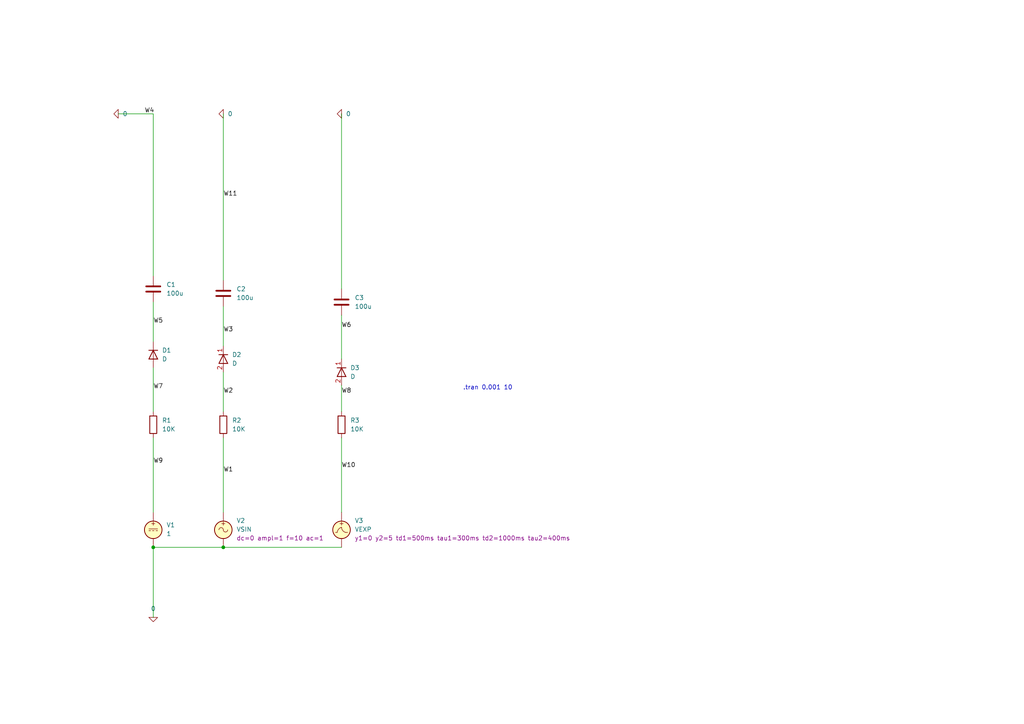
<source format=kicad_sch>
(kicad_sch (version 20250114) (generator "eeschema") (generator_version "9.0")
  (paper "A4")
  (lib_symbols
    (symbol "Device:C" (pin_numbers (hide yes)) (pin_names (offset 0.254))
      (property "Reference" "C" (at 0.635 2.54 0))
      (property "Value" "C" (at 0.635 -2.54 0))
      (symbol "C_0_1"
        (polyline (pts (xy -2.032 0.762) (xy 2.032 0.762)) (stroke (width 0.508)))
        (polyline (pts (xy -2.032 -0.762) (xy 2.032 -0.762)) (stroke (width 0.508)))
      )
      (symbol "C_1_1"
        (pin passive line (at 0 3.81 270) (length 2.794) (name "~") (number "1"))
        (pin passive line (at 0 -3.81 90) (length 2.794) (name "~") (number "2"))
      )
    )
    (symbol "Device:D" (pin_numbers (hide yes)) (pin_names (offset 1.016) (hide yes))
      (property "Reference" "D" (at 0 2.54 0))
      (property "Value" "D" (at 0 -2.54 0))
      (symbol "D_0_1"
        (polyline (pts (xy -1.27 1.27) (xy -1.27 -1.27)) (stroke (width 0.254)))
        (polyline (pts (xy 1.27 1.27) (xy 1.27 -1.27) (xy -1.27 0) (xy 1.27 1.27)) (stroke (width 0.254)))
        (polyline (pts (xy 1.27 0) (xy -1.27 0)))
      )
      (symbol "D_1_1"
        (pin passive line (at -3.81 0 0) (length 2.54) (name "K") (number "1"))
        (pin passive line (at 3.81 0 180) (length 2.54) (name "A") (number "2"))
      )
    )
    (symbol "Device:R" (pin_numbers (hide yes)) (pin_names (offset 0))
      (property "Reference" "R" (at 2.032 0 90))
      (property "Value" "R" (at 0 0 90))
      (symbol "R_0_1"
        (rectangle (start -1.016 -2.54) (end 1.016 2.54) (stroke (width 0.254)))
      )
      (symbol "R_1_1"
        (pin passive line (at 0 3.81 270) (length 1.27) (name "~") (number "1"))
        (pin passive line (at 0 -3.81 90) (length 1.27) (name "~") (number "2"))
      )
    )
    (symbol "Simulation_SPICE:0" (power) (pin_numbers (hide yes)) (pin_names (offset 0) (hide yes))
      (property "Value" "0" (at 0 -2.54 0))
      (symbol "0_0_1"
        (polyline (pts (xy -1.27 0) (xy 0 -1.27) (xy 1.27 0) (xy -1.27 0)))
      )
      (symbol "0_1_1"
        (pin power_in line (at 0 0 0) (length 0) (name "~") (number "1"))
      )
    )
    (symbol "Simulation_SPICE:D" (pin_names (offset 1.016) (hide yes))
      (property "Reference" "D" (at 0 2.54 0))
      (property "Value" "D" (at 0 -2.54 0))
      (symbol "D_0_1"
        (polyline (pts (xy -1.27 1.27) (xy -1.27 -1.27)) (stroke (width 0.254)))
        (polyline (pts (xy 1.27 1.27) (xy 1.27 -1.27) (xy -1.27 0) (xy 1.27 1.27)) (stroke (width 0.254)))
        (polyline (pts (xy 1.27 0) (xy -1.27 0)))
      )
      (symbol "D_1_1"
        (pin passive line (at -3.81 0 0) (length 2.54) (name "K") (number "1"))
        (pin passive line (at 3.81 0 180) (length 2.54) (name "A") (number "2"))
      )
    )
    (symbol "Simulation_SPICE:VDC" (pin_numbers (hide yes)) (pin_names (offset 0.0254))
      (property "Reference" "V" (at 2.54 2.54 0))
      (property "Value" "1" (at 2.54 0 0))
      (symbol "VDC_0_0"
        (polyline (pts (xy -1.27 0.254) (xy 1.27 0.254)))
        (polyline (pts (xy -0.762 -0.254) (xy -1.27 -0.254)))
        (polyline (pts (xy 0.254 -0.254) (xy -0.254 -0.254)))
        (polyline (pts (xy 1.27 -0.254) (xy 0.762 -0.254)))
        (text "+" (at 0 1.905 0) (effects (font (size 1.27 1.27))))
      )
      (symbol "VDC_0_1"
        (circle (center 0 0) (radius 2.54) (stroke (width 0.254)) (fill (type background)))
      )
      (symbol "VDC_1_1"
        (pin passive line (at 0 5.08 270) (length 2.54) (name "~") (number "1"))
        (pin passive line (at 0 -5.08 90) (length 2.54) (name "~") (number "2"))
      )
    )
    (symbol "Simulation_SPICE:VEXP" (pin_numbers (hide yes)) (pin_names (offset 0.0254))
      (property "Reference" "V" (at 2.54 2.54 0))
      (property "Value" "VEXP" (at 2.54 0 0))
      (property "Sim.Params" "y1=0 y2=1 td1=2n tau1=30n td2=60n tau2=40n" (at 2.54 -2.54 0))
      (symbol "VEXP_0_0"
        (polyline (pts (xy -1.27 -0.762) (xy -1.778 -0.762)))
        (arc (start -1.27 -0.762) (mid -0.8506 0.1796) (end 0 0.762))
        (polyline (pts (xy 1.27 -0.762) (xy 1.778 -0.762)))
        (arc (start 1.27 -0.762) (mid 0.3591 -0.2299) (end 0 0.762))
        (text "+" (at 0 1.905 0) (effects (font (size 1.27 1.27))))
      )
      (symbol "VEXP_0_1"
        (circle (center 0 0) (radius 2.54) (stroke (width 0.254)) (fill (type background)))
      )
      (symbol "VEXP_1_1"
        (pin passive line (at 0 5.08 270) (length 2.54) (name "~") (number "1"))
        (pin passive line (at 0 -5.08 90) (length 2.54) (name "~") (number "2"))
      )
    )
    (symbol "Simulation_SPICE:VSIN" (pin_numbers (hide yes)) (pin_names (offset 0.0254))
      (property "Reference" "V" (at 2.54 2.54 0))
      (property "Value" "VSIN" (at 2.54 0 0))
      (property "Sim.Params" "dc=0 ampl=1 f=1k ac=1" (at 2.54 -2.54 0))
      (symbol "VSIN_0_0"
        (arc (start -1.27 0) (mid -0.635 0.6323) (end 0 0))
        (arc (start 1.27 0) (mid 0.635 -0.6323) (end 0 0))
        (text "+" (at 0 1.905 0) (effects (font (size 1.27 1.27))))
      )
      (symbol "VSIN_0_1"
        (circle (center 0 0) (radius 2.54) (stroke (width 0.254)) (fill (type background)))
      )
      (symbol "VSIN_1_1"
        (pin passive line (at 0 5.08 270) (length 2.54) (name "~") (number "1"))
        (pin passive line (at 0 -5.08 90) (length 2.54) (name "~") (number "2"))
      )
    )
  )
  (text ".tran 0.001 10" (at 141.478 112.522 0) (effects (font (size 1.27 1.27))))
  (junction (at 44.45 158.75))
  (junction (at 64.77 158.75))
  (wire (pts (xy 64.77 119.38) (xy 64.77 107.95)))
  (wire (pts (xy 99.06 148.59) (xy 99.06 127)))
  (wire (pts (xy 44.45 158.75) (xy 44.45 179.07)))
  (wire (pts (xy 44.45 87.63) (xy 44.45 99.06)))
  (wire (pts (xy 99.06 91.44) (xy 99.06 104.14)))
  (wire (pts (xy 99.06 158.75) (xy 64.77 158.75)))
  (wire (pts (xy 64.77 33.02) (xy 64.77 81.28)))
  (wire (pts (xy 99.06 111.76) (xy 99.06 119.38)))
  (wire (pts (xy 34.29 33.02) (xy 44.45 33.02)))
  (wire (pts (xy 64.77 158.75) (xy 44.45 158.75)))
  (wire (pts (xy 99.06 83.82) (xy 99.06 33.02)))
  (wire (pts (xy 44.45 106.68) (xy 44.45 119.38)))
  (wire (pts (xy 64.77 100.33) (xy 64.77 88.9)))
  (wire (pts (xy 44.45 127) (xy 44.45 148.59)))
  (wire (pts (xy 64.77 148.59) (xy 64.77 127)))
  (wire (pts (xy 44.45 33.02) (xy 44.45 80.01)))
  (label "W2" (at 64.77 114.3 0))
  (label "W10" (at 99.06 135.89 0))
  (label "W11" (at 64.77 57.15 0))
  (label "W4" (at 41.91 33.02 0))
  (label "W5" (at 44.45 93.98 0))
  (label "W1" (at 64.77 137.16 0))
  (label "W8" (at 99.06 114.3 0))
  (label "W3" (at 64.77 96.52 0))
  (label "W6" (at 99.06 95.25 0))
  (label "W7" (at 44.45 113.03 0))
  (label "W9" (at 44.45 134.62 0))
  (symbol (lib_id "Device:C") (at 99.06 87.63 0) (unit 1)
    (property "Reference" "C3" (at 102.87 86.3599 0) (effects (justify left)))
    (property "Value" "100u" (at 102.87 88.8999 0) (effects (justify left)))
    (property "Description" "Unpolarized capacitor" (effects (hide yes)))
  )
  (symbol (lib_id "Simulation_SPICE:0") (at 64.77 33.02 270) (unit 1)
    (property "Reference" "#GND03" (effects (hide yes)))
    (property "Value" "0" (at 66.04 33.0199 90) (effects (justify left)))
    (property "Datasheet" "https://ngspice.sourceforge.io/docs/ngspice-html-manual/manual.xhtml#subsec_Circuit_elements__device" (effects (hide yes)))
    (property "Description" "0V reference potential for simulation" (effects (hide yes)))
  )
  (symbol (lib_id "Simulation_SPICE:0") (at 44.45 179.07 0) (unit 1)
    (property "Reference" "#GND02" (effects (hide yes)))
    (property "Value" "0" (at 44.45 176.53 0))
    (property "Datasheet" "https://ngspice.sourceforge.io/docs/ngspice-html-manual/manual.xhtml#subsec_Circuit_elements__device" (effects (hide yes)))
    (property "Description" "0V reference potential for simulation" (effects (hide yes)))
  )
  (symbol (lib_id "Device:R") (at 99.06 123.19 0) (unit 1)
    (property "Reference" "R3" (at 101.6 121.9199 0) (effects (justify left)))
    (property "Value" "10K" (at 101.6 124.4599 0) (effects (justify left)))
    (property "Description" "Resistor" (effects (hide yes)))
  )
  (symbol (lib_id "Device:C") (at 64.77 85.09 0) (unit 1)
    (property "Reference" "C2" (at 68.58 83.8199 0) (effects (justify left)))
    (property "Value" "100u" (at 68.58 86.3599 0) (effects (justify left)))
    (property "Description" "Unpolarized capacitor" (effects (hide yes)))
  )
  (symbol (lib_id "Device:C") (at 44.45 83.82 0) (unit 1)
    (property "Reference" "C1" (at 48.26 82.5499 0) (effects (justify left)))
    (property "Value" "100u" (at 48.26 85.0899 0) (effects (justify left)))
    (property "Description" "Unpolarized capacitor" (effects (hide yes)))
  )
  (symbol (lib_id "Device:D") (at 44.45 102.87 270) (unit 1)
    (property "Reference" "D1" (at 46.99 101.5999 90) (effects (justify left)))
    (property "Value" "D" (at 46.99 104.1399 90) (effects (justify left)))
    (property "Description" "Diode" (effects (hide yes)))
    (property "Sim.Device" "D" (effects (hide yes)))
    (property "Sim.Pins" "1=K 2=A" (effects (hide yes)))
  )
  (symbol (lib_id "Simulation_SPICE:D") (at 64.77 104.14 270) (unit 1)
    (property "Reference" "D2" (at 67.31 102.8699 90) (effects (justify left)))
    (property "Value" "D" (at 67.31 105.4099 90) (effects (justify left)))
    (property "Datasheet" "https://ngspice.sourceforge.io/docs/ngspice-html-manual/manual.xhtml#cha_DIODEs" (effects (hide yes)))
    (property "Description" "Diode for simulation or PCB" (effects (hide yes)))
    (property "Sim.Device" "D" (effects (hide yes)))
    (property "Sim.Pins" "1=K 2=A" (effects (hide yes)))
    (property "Sim.Params" "rs=50m cjo=10p" (effects (hide yes)))
  )
  (symbol (lib_id "Simulation_SPICE:0") (at 34.29 33.02 270) (unit 1)
    (property "Reference" "#GND01" (effects (hide yes)))
    (property "Value" "0" (at 35.56 33.0199 90) (effects (justify left)))
    (property "Datasheet" "https://ngspice.sourceforge.io/docs/ngspice-html-manual/manual.xhtml#subsec_Circuit_elements__device" (effects (hide yes)))
    (property "Description" "0V reference potential for simulation" (effects (hide yes)))
  )
  (symbol (lib_id "Simulation_SPICE:VSIN") (at 64.77 153.67 0) (unit 1)
    (property "Reference" "V2" (at 68.58 151.0001 0) (effects (justify left)))
    (property "Value" "VSIN" (at 68.58 153.5401 0) (effects (justify left)))
    (property "Datasheet" "https://ngspice.sourceforge.io/docs/ngspice-html-manual/manual.xhtml#sec_Independent_Sources_for" (effects (hide yes)))
    (property "Description" "Voltage source, sinusoidal" (effects (hide yes)))
    (property "Sim.Pins" "1=+ 2=-" (effects (hide yes)))
    (property "Sim.Params" "dc=0 ampl=1 f=10 ac=1" (at 68.58 156.0801 0) (effects (justify left)))
    (property "Sim.Type" "SIN" (effects (hide yes)))
    (property "Sim.Device" "V" (effects (hide yes)))
  )
  (symbol (lib_id "Simulation_SPICE:D") (at 99.06 107.95 270) (unit 1)
    (property "Reference" "D3" (at 101.6 106.6799 90) (effects (justify left)))
    (property "Value" "D" (at 101.6 109.2199 90) (effects (justify left)))
    (property "Datasheet" "https://ngspice.sourceforge.io/docs/ngspice-html-manual/manual.xhtml#cha_DIODEs" (effects (hide yes)))
    (property "Description" "Diode for simulation or PCB" (effects (hide yes)))
    (property "Sim.Device" "D" (effects (hide yes)))
    (property "Sim.Pins" "1=K 2=A" (effects (hide yes)))
    (property "Sim.Params" "rs=50m cjo=10p" (effects (hide yes)))
  )
  (symbol (lib_id "Simulation_SPICE:VDC") (at 44.45 153.67 0) (unit 1)
    (property "Reference" "V1" (at 48.26 152.2701 0) (effects (justify left)))
    (property "Value" "1" (at 48.26 154.8101 0) (effects (justify left)))
    (property "Datasheet" "https://ngspice.sourceforge.io/docs/ngspice-html-manual/manual.xhtml#sec_Independent_Sources_for" (effects (hide yes)))
    (property "Description" "Voltage source, DC" (effects (hide yes)))
    (property "Sim.Pins" "1=+ 2=-" (effects (hide yes)))
    (property "Sim.Type" "DC" (effects (hide yes)))
    (property "Sim.Device" "V" (effects (hide yes)))
  )
  (symbol (lib_id "Device:R") (at 64.77 123.19 0) (unit 1)
    (property "Reference" "R2" (at 67.31 121.9199 0) (effects (justify left)))
    (property "Value" "10K" (at 67.31 124.4599 0) (effects (justify left)))
    (property "Description" "Resistor" (effects (hide yes)))
  )
  (symbol (lib_id "Simulation_SPICE:0") (at 99.06 33.02 270) (unit 1)
    (property "Reference" "#GND04" (effects (hide yes)))
    (property "Value" "0" (at 100.33 33.0199 90) (effects (justify left)))
    (property "Datasheet" "https://ngspice.sourceforge.io/docs/ngspice-html-manual/manual.xhtml#subsec_Circuit_elements__device" (effects (hide yes)))
    (property "Description" "0V reference potential for simulation" (effects (hide yes)))
  )
  (symbol (lib_id "Device:R") (at 44.45 123.19 0) (unit 1)
    (property "Reference" "R1" (at 46.99 121.9199 0) (effects (justify left)))
    (property "Value" "10K" (at 46.99 124.4599 0) (effects (justify left)))
    (property "Description" "Resistor" (effects (hide yes)))
  )
  (symbol (lib_id "Simulation_SPICE:VEXP") (at 99.06 153.67 0) (unit 1)
    (property "Reference" "V3" (at 102.87 151.0001 0) (effects (justify left)))
    (property "Value" "VEXP" (at 102.87 153.5401 0) (effects (justify left)))
    (property "Datasheet" "https://ngspice.sourceforge.io/docs/ngspice-html-manual/manual.xhtml#sec_Independent_Sources_for" (effects (hide yes)))
    (property "Description" "Voltage source, exponential" (effects (hide yes)))
    (property "Sim.Pins" "1=+ 2=-" (effects (hide yes)))
    (property "Sim.Type" "EXP" (effects (hide yes)))
    (property "Sim.Device" "V" (effects (hide yes)))
    (property "Sim.Params" "y1=0 y2=5 td1=500ms tau1=300ms td2=1000ms tau2=400ms" (at 102.87 156.0801 0) (effects (justify left)))
  )
)
</source>
